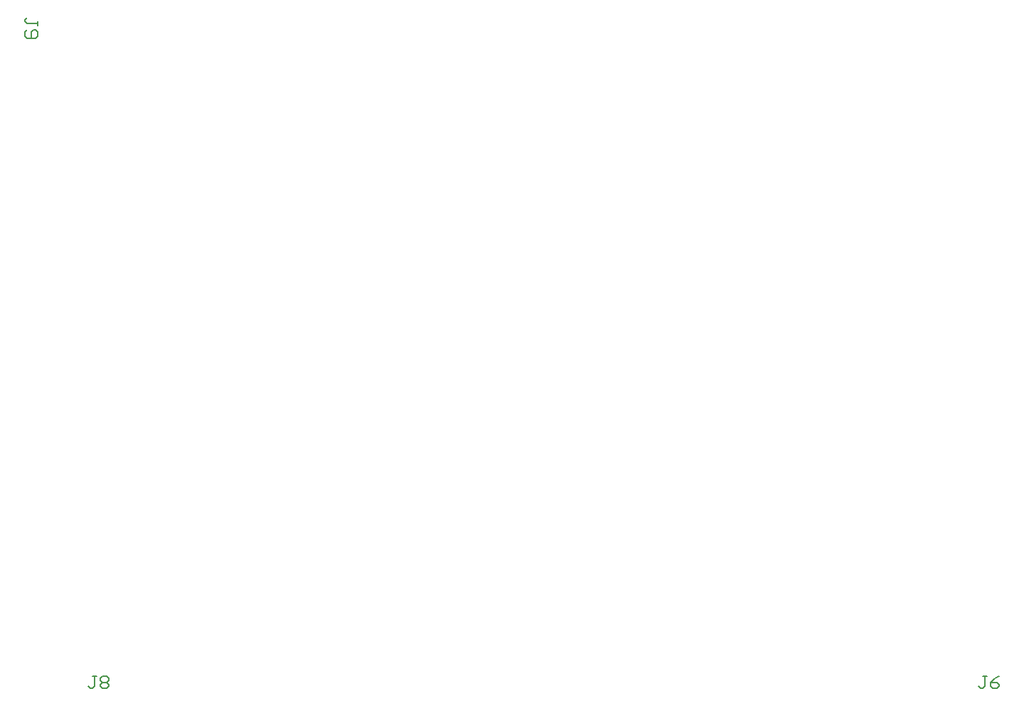
<source format=gbr>
%TF.GenerationSoftware,Altium Limited,Altium Designer,24.3.1 (35)*%
G04 Layer_Color=16711935*
%FSLAX45Y45*%
%MOMM*%
%TF.SameCoordinates,844131A9-2E1B-4A61-BE1F-69DE975881E6*%
%TF.FilePolarity,Positive*%
%TF.FileFunction,Other,Top_Designator*%
%TF.Part,Single*%
G01*
G75*
%TA.AperFunction,NonConductor*%
%ADD95C,0.15000*%
D95*
X774976Y8524992D02*
Y8574975D01*
Y8549983D01*
X650016D01*
X625025Y8574975D01*
Y8599967D01*
X650016Y8624959D01*
Y8475008D02*
X625025Y8450016D01*
Y8400032D01*
X650016Y8375040D01*
X749984D01*
X774976Y8400032D01*
Y8450016D01*
X749984Y8475008D01*
X724992D01*
X700000Y8450016D01*
Y8375040D01*
X12075008Y774976D02*
X12025024D01*
X12050016D01*
Y650016D01*
X12025024Y625024D01*
X12000032D01*
X11975041Y650016D01*
X12224960Y774976D02*
X12174976Y749984D01*
X12124992Y700000D01*
Y650016D01*
X12149984Y625024D01*
X12199968D01*
X12224960Y650016D01*
Y675008D01*
X12199968Y700000D01*
X12124992D01*
X1475008Y774976D02*
X1425025D01*
X1450016D01*
Y650016D01*
X1425025Y625024D01*
X1400033D01*
X1375041Y650016D01*
X1524992Y749984D02*
X1549984Y774976D01*
X1599968D01*
X1624960Y749984D01*
Y724992D01*
X1599968Y700000D01*
X1624960Y675008D01*
Y650016D01*
X1599968Y625024D01*
X1549984D01*
X1524992Y650016D01*
Y675008D01*
X1549984Y700000D01*
X1524992Y724992D01*
Y749984D01*
X1549984Y700000D02*
X1599968D01*
%TF.MD5,fa1db8f5b5be45368cb8491870ee54ea*%
M02*

</source>
